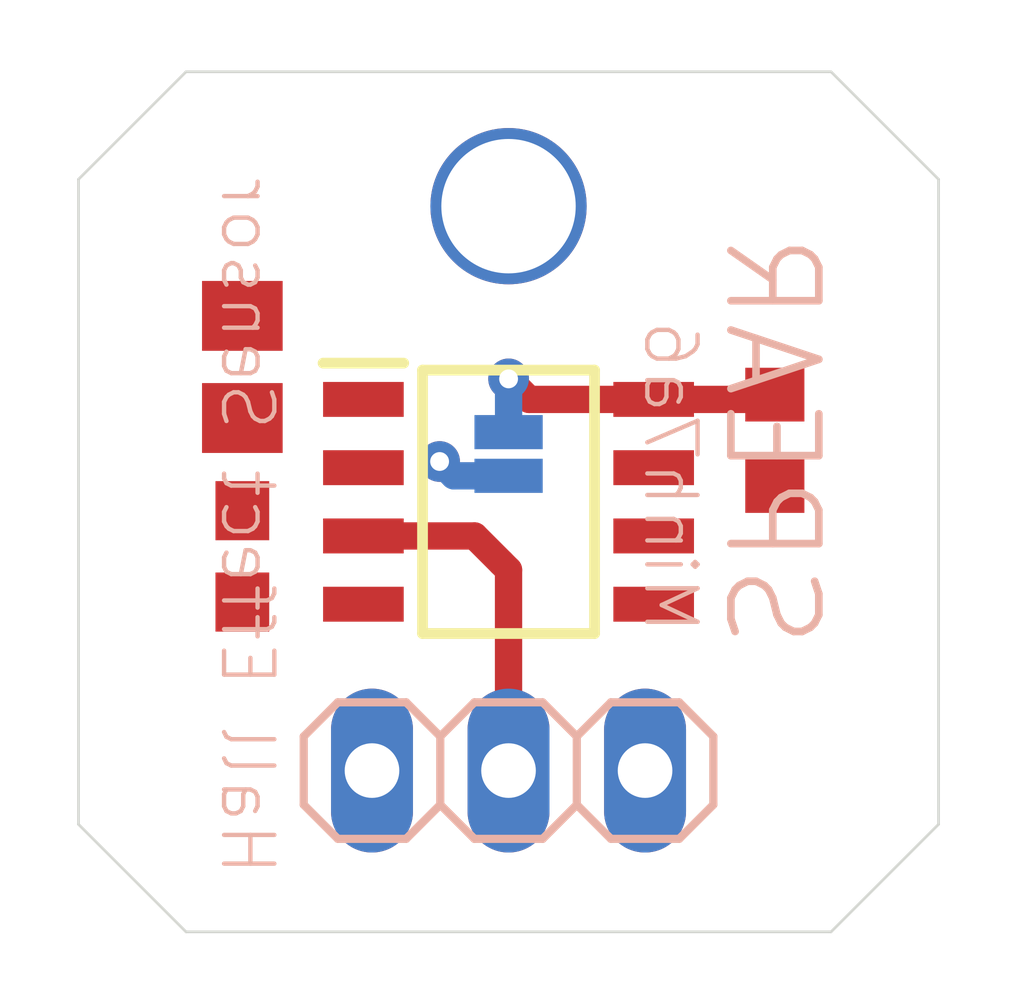
<source format=kicad_pcb>
(kicad_pcb (version 20211014) (generator pcbnew)
  (layers (0 "F.Cu" signal) (31 "B.Cu" signal) (34 "B.Paste" user) (35 "F.Paste" user) (36 "B.SilkS" user "B.Silkscreen") (37 "F.SilkS" user "F.Silkscreen") (38 "B.Mask" user) (39 "F.Mask" user) (44 "Edge.Cuts" user))
  (net 0 "")
  (net 1 "GND")
  (net 2 "OUT")
  (net 3 "+3V3")
  (net 4 "N$1")
  (footprint "as5600_adapter:C0603" (layer "F.Cu") (at 143.5491 106.0186 -90)
    (fp_text reference "C1" hide)
    (fp_text value "100nF" hide)
    (pad "1" smd rect (at -0.85 0 270) (size 1.1 1) (layers "F.Cu" "F.Paste" "F.Mask") (net 3 "+3V3"))
    (pad "2" smd rect (at 0.85 0 270) (size 1.1 1) (layers "F.Cu" "F.Paste" "F.Mask") (net 1 "GND"))
  )
  (footprint "as5600_adapter:C0805" (layer "F.Cu") (at 143.5491 102.4946 90)
    (fp_text reference "C2" hide)
    (fp_text value "10uF" hide)
    (pad "1" smd rect (at -0.95 0 90) (size 1.3 1.5) (layers "F.Cu" "F.Paste" "F.Mask") (net 3 "+3V3"))
    (pad "2" smd rect (at 0.95 0 90) (size 1.3 1.5) (layers "F.Cu" "F.Paste" "F.Mask") (net 1 "GND"))
  )
  (footprint "as5600_adapter:SOIC127P600X175-8N" (layer "F.Cu") (at 148.5011 105.0036)
    (fp_text reference "IC1" hide)
    (fp_text value "AS5600-ASOT" hide)
    (fp_line (start 1.6 2.45) (end -1.6 2.45) (layer "F.SilkS") (width 0.2))
    (fp_line (start -1.6 -2.45) (end 1.6 -2.45) (layer "F.SilkS") (width 0.2))
    (fp_line (start -3.45 -2.58) (end -1.95 -2.58) (layer "F.SilkS") (width 0.2))
    (fp_line (start -1.6 2.45) (end -1.6 -2.45) (layer "F.SilkS") (width 0.2))
    (fp_line (start 1.6 -2.45) (end 1.6 2.45) (layer "F.SilkS") (width 0.2))
    (pad "1" smd rect (at -2.7 -1.905) (size 1.5 0.65) (layers "F.Cu" "F.Paste" "F.Mask") (net 3 "+3V3"))
    (pad "2" smd rect (at -2.7 -0.635) (size 1.5 0.65) (layers "F.Cu" "F.Paste" "F.Mask") (net 3 "+3V3"))
    (pad "3" smd rect (at -2.7 0.635) (size 1.5 0.65) (layers "F.Cu" "F.Paste" "F.Mask") (net 2 "OUT"))
    (pad "4" smd rect (at -2.7 1.905) (size 1.5 0.65) (layers "F.Cu" "F.Paste" "F.Mask") (net 1 "GND"))
    (pad "5" smd rect (at 2.7 1.905) (size 1.5 0.65) (layers "F.Cu" "F.Paste" "F.Mask") (net 1 "GND"))
    (pad "6" smd rect (at 2.7 0.635) (size 1.5 0.65) (layers "F.Cu" "F.Paste" "F.Mask"))
    (pad "7" smd rect (at 2.7 -0.635) (size 1.5 0.65) (layers "F.Cu" "F.Paste" "F.Mask"))
    (pad "8" smd rect (at 2.7 -1.905) (size 1.5 0.65) (layers "F.Cu" "F.Paste" "F.Mask") (net 4 "N$1"))
  )
  (footprint "as5600_adapter:R0603" (layer "F.Cu") (at 153.4551 103.8596 90)
    (fp_text reference "R1" hide)
    (fp_text value "100K" hide)
    (pad "1" smd rect (at -0.85 0 90) (size 1 1.1) (layers "F.Cu" "F.Paste" "F.Mask") (net 1 "GND"))
    (pad "2" smd rect (at 0.85 0 90) (size 1 1.1) (layers "F.Cu" "F.Paste" "F.Mask") (net 4 "N$1"))
  )
  (footprint "as5600_adapter:1X03" (layer "B.Cu") (at 148.5011 110.0036)
    (fp_text reference "JP1" hide)
    (fp_text value "")
    (fp_line (start 3.175 -1.27) (end 1.905 -1.27) (layer "B.SilkS") (width 0.1524))
    (fp_line (start 0.635 1.27) (end 1.27 0.635) (layer "B.SilkS") (width 0.1524))
    (fp_line (start -3.81 0.635) (end -3.81 -0.635) (layer "B.SilkS") (width 0.1524))
    (fp_line (start 1.27 0.635) (end 1.905 1.27) (layer "B.SilkS") (width 0.1524))
    (fp_line (start -3.81 -0.635) (end -3.175 -1.27) (layer "B.SilkS") (width 0.1524))
    (fp_line (start 1.905 1.27) (end 3.175 1.27) (layer "B.SilkS") (width 0.1524))
    (fp_line (start 3.81 -0.635) (end 3.175 -1.27) (layer "B.SilkS") (width 0.1524))
    (fp_line (start 3.175 1.27) (end 3.81 0.635) (layer "B.SilkS") (width 0.1524))
    (fp_line (start -0.635 1.27) (end 0.635 1.27) (layer "B.SilkS") (width 0.1524))
    (fp_line (start 1.27 0.635) (end 1.27 -0.635) (layer "B.SilkS") (width 0.1524))
    (fp_line (start -0.635 -1.27) (end -1.27 -0.635) (layer "B.SilkS") (width 0.1524))
    (fp_line (start 1.905 -1.27) (end 1.27 -0.635) (layer "B.SilkS") (width 0.1524))
    (fp_line (start 1.27 -0.635) (end 0.635 -1.27) (layer "B.SilkS") (width 0.1524))
    (fp_line (start -3.175 1.27) (end -3.81 0.635) (layer "B.SilkS") (width 0.1524))
    (fp_line (start -1.27 -0.635) (end -1.905 -1.27) (layer "B.SilkS") (width 0.1524))
    (fp_line (start -1.27 0.635) (end -0.635 1.27) (layer "B.SilkS") (width 0.1524))
    (fp_line (start 3.81 0.635) (end 3.81 -0.635) (layer "B.SilkS") (width 0.1524))
    (fp_line (start -1.27 0.635) (end -1.27 -0.635) (layer "B.SilkS") (width 0.1524))
    (fp_line (start -1.905 1.27) (end -1.27 0.635) (layer "B.SilkS") (width 0.1524))
    (fp_line (start -1.905 -1.27) (end -3.175 -1.27) (layer "B.SilkS") (width 0.1524))
    (fp_line (start -3.175 1.27) (end -1.905 1.27) (layer "B.SilkS") (width 0.1524))
    (fp_line (start 0.635 -1.27) (end -0.635 -1.27) (layer "B.SilkS") (width 0.1524))
    (pad "1" thru_hole oval (at -2.54 0 270) (size 3.048 1.524) (drill 1.016) (layers *.Cu *.Mask) (net 1 "GND"))
    (pad "2" thru_hole oval (at 0 0 270) (size 3.048 1.524) (drill 1.016) (layers *.Cu *.Mask) (net 2 "OUT"))
    (pad "3" thru_hole oval (at 2.54 0 270) (size 3.048 1.524) (drill 1.016) (layers *.Cu *.Mask) (net 3 "+3V3"))
  )
  (footprint "as5600_adapter:SMT-JUMPER_2_NC_PASTE_NO-SILK" (layer "B.Cu") (at 148.5021 104.1136 -90)
    (fp_text reference "JP2" hide)
    (fp_text value "JUMPER-SMT_2_NC_PASTE_NO-SILK" hide)
    (pad "1" smd rect (at -0.4064 0 270) (size 0.635 1.27) (layers "B.Cu" "B.Mask") (net 4 "N$1"))
    (pad "2" smd rect (at 0.4064 0 270) (size 0.635 1.27) (layers "B.Cu" "B.Mask") (net 3 "+3V3"))
  )
  (gr_line (start 154.5011 113.0036) (end 156.5011 111.0036) (layer "Edge.Cuts") (width 0.05))
  (gr_line (start 156.5011 111.0036) (end 156.5011 99.0036) (layer "Edge.Cuts") (width 0.05))
  (gr_line (start 156.5011 99.0036) (end 154.5011 97.0036) (layer "Edge.Cuts") (width 0.05))
  (gr_line (start 154.5011 97.0036) (end 142.5011 97.0036) (layer "Edge.Cuts") (width 0.05))
  (gr_line (start 142.5011 113.0036) (end 154.5011 113.0036) (layer "Edge.Cuts") (width 0.05))
  (gr_line (start 140.5011 111.0036) (end 142.5011 113.0036) (layer "Edge.Cuts") (width 0.05))
  (gr_line (start 142.5011 97.0036) (end 140.5011 99.0036) (layer "Edge.Cuts") (width 0.05))
  (gr_line (start 140.5011 99.0036) (end 140.5011 111.0036) (layer "Edge.Cuts") (width 0.05))
  (gr_text "SPEAR" (at 154.3441 99.9226 -90) (layer "B.SilkS") (effects (font (size 1.63576 1.63576) (thickness 0.14224)) (justify right top mirror)))
  (gr_text "Minh7a6" (at 152.0581 101.5736 -90) (layer "B.SilkS") (effects (font (size 0.93472 0.93472) (thickness 0.08128)) (justify right top mirror)))
  (gr_text "Hall Effect Sensor" (at 144.1841 98.9066 -90) (layer "B.SilkS") (effects (font (size 0.93472 0.93472) (thickness 0.08128)) (justify right top mirror)))
  (via (at 148.5011 99.5036) (size 2.9064) (drill 2.5) (layers "F.Cu" "B.Cu") (net 1))
  (segment (start 145.8011 105.6386) (end 147.8681 105.6386) (width 0.508) (layer "F.Cu") (net 2))
  (segment (start 147.8681 105.6386) (end 148.3671 106.1376) (width 0.508) (layer "F.Cu") (net 2))
  (segment (start 148.3671 106.1376) (end 148.5011 106.2716) (width 0.508) (layer "F.Cu") (net 2))
  (segment (start 148.5011 106.2716) (end 148.5011 110.0036) (width 0.508) (layer "F.Cu") (net 2))
  (via (at 147.218859 104.253841) (size 0.7564) (drill 0.35) (layers "F.Cu" "B.Cu") (net 3))
  (segment (start 148.5021 104.52) (end 147.485018 104.52) (width 0.508) (layer "B.Cu") (net 3))
  (segment (start 147.485018 104.52) (end 147.218859 104.253841) (width 0.508) (layer "B.Cu") (net 3))
  (segment (start 153.3661 103.0986) (end 153.4551 103.0096) (width 0.508) (layer "F.Cu") (net 4))
  (segment (start 148.8841 103.0986) (end 148.5021 102.7166) (width 0.508) (layer "F.Cu") (net 4))
  (segment (start 151.2011 103.0986) (end 153.3661 103.0986) (width 0.508) (layer "F.Cu") (net 4))
  (segment (start 151.2011 103.0986) (end 148.8841 103.0986) (width 0.508) (layer "F.Cu") (net 4))
  (via (at 148.5021 102.7166) (size 0.7564) (drill 0.35) (layers "F.Cu" "B.Cu") (net 4))
  (segment (start 148.5021 102.7166) (end 148.5021 103.7072) (width 0.508) (layer "B.Cu") (net 4))
)
</source>
